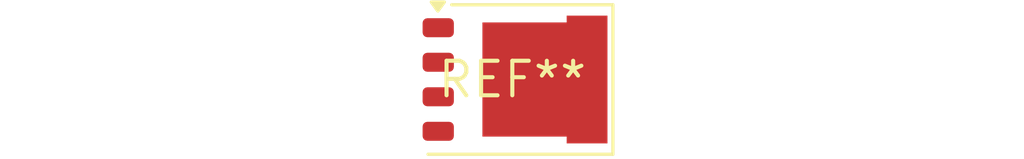
<source format=kicad_pcb>
(kicad_pcb (version 20240108) (generator pcbnew)
  (layers (0 "F.Cu" signal) (31 "B.Cu" signal) (34 "B.Paste" user) (35 "F.Paste" user) (36 "B.SilkS" user "B.Silkscreen") (37 "F.SilkS" user "F.Silkscreen") (38 "B.Mask" user) (39 "F.Mask" user) (44 "Edge.Cuts" user))
  (net 0 "")
  (footprint "PQFN-8-EP_6x5mm_P1.27mm_Generic" (layer "F.Cu") (at 0 0)
    (property "Reference" "REF**")
    (property "Value" "PQFN-8-EP_6x5mm_P1.27mm_Generic")
    (fp_line (start -3.1 2.75) (end 3.7 2.75) (layer "F.SilkS") (stroke (width 0.12)))
    (fp_line (start 3.7 -2.75) (end -2.23 -2.75) (layer "F.SilkS") (stroke (width 0.12)))
    (fp_line (start 3.7 2.75) (end 3.7 -2.75) (layer "F.SilkS") (stroke (width 0.12)))
    (fp_poly (pts (xy -2.74 -2.52) (xy -2.98 -2.85) (xy -2.5 -2.85) (xy -2.74 -2.52)) (layer "F.SilkS") (stroke (width 0.12)) (fill solid))
    (pad "1" smd roundrect (at -2.725 -1.905 90) (size 0.7 1.15) (layers "F.Cu" "F.Paste" "F.Mask"))
    (pad "2" smd roundrect (at -2.725 -0.635 90) (size 0.7 1.15) (layers "F.Cu" "F.Paste" "F.Mask"))
    (pad "3" smd roundrect (at -2.725 0.635 90) (size 0.7 1.15) (layers "F.Cu" "F.Paste" "F.Mask"))
    (pad "4" smd roundrect (at -2.725 1.905 90) (size 0.7 1.15) (layers "F.Cu" "F.Paste" "F.Mask"))
    (pad "5" smd custom (at 0 0 90) (size 4 2) (layers "F.Cu" "F.Mask") (options (clearance outline) (anchor rect)) (primitives (gr_poly (pts (xy -2.35 3.5) (xy 2.35 3.5) (xy 2.35 2) (xy 2.1 2) (xy 2.1 -1.1) (xy -2.1 -1.1) (xy -2.1 2) (xy -2.35 2)) (width 0) (fill yes))))
  )
)
</source>
